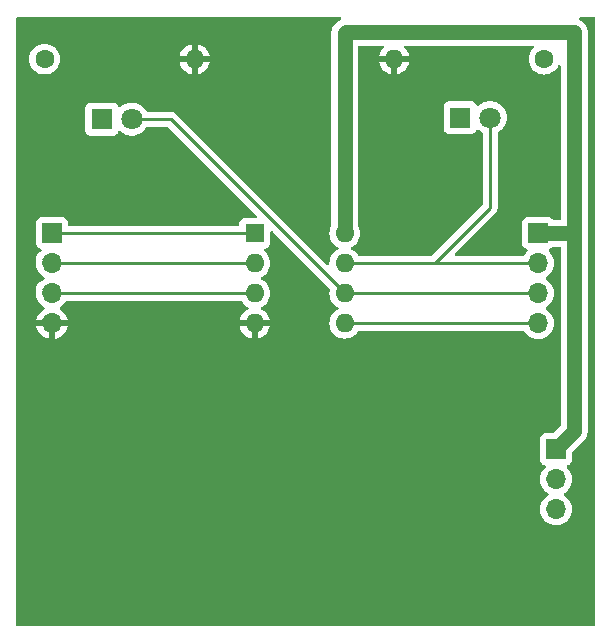
<source format=gbr>
%TF.GenerationSoftware,KiCad,Pcbnew,8.0.8*%
%TF.CreationDate,2025-02-18T10:54:12-06:00*%
%TF.ProjectId,ATTinyFlashLEDs_noSwitch,41545469-6e79-4466-9c61-73684c454473,rev?*%
%TF.SameCoordinates,Original*%
%TF.FileFunction,Copper,L1,Top*%
%TF.FilePolarity,Positive*%
%FSLAX46Y46*%
G04 Gerber Fmt 4.6, Leading zero omitted, Abs format (unit mm)*
G04 Created by KiCad (PCBNEW 8.0.8) date 2025-02-18 10:54:12*
%MOMM*%
%LPD*%
G01*
G04 APERTURE LIST*
%TA.AperFunction,ComponentPad*%
%ADD10R,1.600000X1.600000*%
%TD*%
%TA.AperFunction,ComponentPad*%
%ADD11O,1.600000X1.600000*%
%TD*%
%TA.AperFunction,ComponentPad*%
%ADD12R,1.700000X1.700000*%
%TD*%
%TA.AperFunction,ComponentPad*%
%ADD13O,1.700000X1.700000*%
%TD*%
%TA.AperFunction,ComponentPad*%
%ADD14C,1.600000*%
%TD*%
%TA.AperFunction,ComponentPad*%
%ADD15R,1.800000X1.800000*%
%TD*%
%TA.AperFunction,ComponentPad*%
%ADD16C,1.800000*%
%TD*%
%TA.AperFunction,ViaPad*%
%ADD17C,0.600000*%
%TD*%
%TA.AperFunction,Conductor*%
%ADD18C,0.254000*%
%TD*%
%TA.AperFunction,Conductor*%
%ADD19C,1.270000*%
%TD*%
G04 APERTURE END LIST*
D10*
%TO.P,U1,1,~{RESET}/PB5*%
%TO.N,Net-(J1-Pin_1)*%
X115707000Y-86116000D03*
D11*
%TO.P,U1,2,XTAL1/PB3*%
%TO.N,Net-(J1-Pin_2)*%
X115707000Y-88656000D03*
%TO.P,U1,3,XTAL2/PB4*%
%TO.N,Net-(J1-Pin_3)*%
X115707000Y-91196000D03*
%TO.P,U1,4,GND*%
%TO.N,GND*%
X115707000Y-93736000D03*
%TO.P,U1,5,AREF/PB0*%
%TO.N,Net-(J2-Pin_4)*%
X123327000Y-93736000D03*
%TO.P,U1,6,PB1*%
%TO.N,Net-(D1-A)*%
X123327000Y-91196000D03*
%TO.P,U1,7,PB2*%
%TO.N,Net-(D2-A)*%
X123327000Y-88656000D03*
%TO.P,U1,8,VCC*%
%TO.N,Net-(J2-Pin_1)*%
X123327000Y-86116000D03*
%TD*%
D12*
%TO.P,J1,1,Pin_1*%
%TO.N,Net-(J1-Pin_1)*%
X98552000Y-86106000D03*
D13*
%TO.P,J1,2,Pin_2*%
%TO.N,Net-(J1-Pin_2)*%
X98552000Y-88646000D03*
%TO.P,J1,3,Pin_3*%
%TO.N,Net-(J1-Pin_3)*%
X98552000Y-91186000D03*
%TO.P,J1,4,Pin_4*%
%TO.N,GND*%
X98552000Y-93726000D03*
%TD*%
D14*
%TO.P,R4,1*%
%TO.N,Net-(D1-K)*%
X97917000Y-71374000D03*
D11*
%TO.P,R4,2*%
%TO.N,GND*%
X110617000Y-71374000D03*
%TD*%
D15*
%TO.P,D2,1,K*%
%TO.N,Net-(D2-K)*%
X133096000Y-76327000D03*
D16*
%TO.P,D2,2,A*%
%TO.N,Net-(D2-A)*%
X135636000Y-76327000D03*
%TD*%
D12*
%TO.P,J3,1,Pin_1*%
%TO.N,Net-(J2-Pin_1)*%
X141224000Y-104409000D03*
D13*
%TO.P,J3,2,Pin_2*%
%TO.N,+3V0*%
X141224000Y-106949000D03*
%TO.P,J3,3,Pin_3*%
%TO.N,unconnected-(J3-Pin_3-Pad3)*%
X141224000Y-109489000D03*
%TD*%
D15*
%TO.P,D1,1,K*%
%TO.N,Net-(D1-K)*%
X102743000Y-76454000D03*
D16*
%TO.P,D1,2,A*%
%TO.N,Net-(D1-A)*%
X105283000Y-76454000D03*
%TD*%
D12*
%TO.P,J2,1,Pin_1*%
%TO.N,Net-(J2-Pin_1)*%
X139700000Y-86116000D03*
D13*
%TO.P,J2,2,Pin_2*%
%TO.N,Net-(D2-A)*%
X139700000Y-88656000D03*
%TO.P,J2,3,Pin_3*%
%TO.N,Net-(D1-A)*%
X139700000Y-91196000D03*
%TO.P,J2,4,Pin_4*%
%TO.N,Net-(J2-Pin_4)*%
X139700000Y-93736000D03*
%TD*%
D14*
%TO.P,R3,1*%
%TO.N,Net-(D2-K)*%
X140208000Y-71374000D03*
D11*
%TO.P,R3,2*%
%TO.N,GND*%
X127508000Y-71374000D03*
%TD*%
D17*
%TO.N,GND*%
X97536000Y-76708000D03*
X100076000Y-79248000D03*
X100076000Y-69088000D03*
X107696000Y-69088000D03*
X107696000Y-74168000D03*
X105156000Y-71628000D03*
X133096000Y-71628000D03*
X140716000Y-76708000D03*
X138176000Y-81788000D03*
X128016000Y-76708000D03*
X128016000Y-81788000D03*
X128016000Y-86868000D03*
X130556000Y-84328000D03*
X97536000Y-102108000D03*
X100076000Y-107188000D03*
X97536000Y-109728000D03*
X97536000Y-114808000D03*
X100076000Y-117348000D03*
X100076000Y-112268000D03*
X102616000Y-114808000D03*
X105156000Y-112268000D03*
X105156000Y-117348000D03*
X133096000Y-117348000D03*
X143256000Y-117348000D03*
X138176000Y-117348000D03*
X140716000Y-114808000D03*
X138176000Y-112268000D03*
X135636000Y-114808000D03*
X133096000Y-112268000D03*
X135636000Y-109728000D03*
X133096000Y-99568000D03*
X130556000Y-97028000D03*
X125476000Y-97028000D03*
X107696000Y-99568000D03*
X112776000Y-94488000D03*
X110236000Y-97028000D03*
X107696000Y-94488000D03*
X105156000Y-97028000D03*
X102616000Y-94488000D03*
X110236000Y-84328000D03*
X110236000Y-81788000D03*
X107696000Y-81788000D03*
X107696000Y-79248000D03*
X120396000Y-81788000D03*
X115316000Y-76708000D03*
X117856000Y-79248000D03*
X120396000Y-76708000D03*
X120396000Y-71628000D03*
X117856000Y-74168000D03*
X115316000Y-71628000D03*
X112776000Y-74168000D03*
X120396000Y-69088000D03*
X117856000Y-69088000D03*
X115316000Y-69088000D03*
X112776000Y-69088000D03*
%TD*%
D18*
%TO.N,Net-(D2-A)*%
X123327000Y-88656000D02*
X139700000Y-88656000D01*
%TO.N,Net-(J2-Pin_4)*%
X123327000Y-93736000D02*
X139700000Y-93736000D01*
%TO.N,Net-(D1-A)*%
X123327000Y-91196000D02*
X139700000Y-91196000D01*
%TO.N,Net-(D2-A)*%
X130927000Y-88656000D02*
X135509000Y-84074000D01*
X123327000Y-88656000D02*
X130927000Y-88656000D01*
D19*
%TO.N,Net-(J2-Pin_1)*%
X123327000Y-69205000D02*
X123327000Y-86116000D01*
X142748000Y-69088000D02*
X123444000Y-69088000D01*
X142748000Y-86106000D02*
X142748000Y-69088000D01*
X123444000Y-69088000D02*
X123327000Y-69205000D01*
X141986000Y-86106000D02*
X141976000Y-86116000D01*
X142748000Y-86106000D02*
X141986000Y-86106000D01*
X142748000Y-102885000D02*
X142748000Y-86106000D01*
X141976000Y-86116000D02*
X139700000Y-86116000D01*
X141224000Y-104409000D02*
X142748000Y-102885000D01*
D18*
%TO.N,Net-(J1-Pin_1)*%
X98562000Y-86116000D02*
X98552000Y-86106000D01*
X115707000Y-86116000D02*
X98562000Y-86116000D01*
%TO.N,Net-(J1-Pin_2)*%
X98562000Y-88656000D02*
X98552000Y-88646000D01*
X115707000Y-88656000D02*
X98562000Y-88656000D01*
%TO.N,Net-(J1-Pin_3)*%
X113518000Y-91186000D02*
X98552000Y-91186000D01*
X113528000Y-91196000D02*
X113518000Y-91186000D01*
X115707000Y-91196000D02*
X113528000Y-91196000D01*
%TO.N,Net-(D1-A)*%
X123327000Y-91196000D02*
X108585000Y-76454000D01*
X123581000Y-90942000D02*
X123327000Y-91196000D01*
X108585000Y-76454000D02*
X105283000Y-76454000D01*
%TO.N,Net-(D2-A)*%
X135509000Y-84074000D02*
X135636000Y-83947000D01*
X123581000Y-88402000D02*
X123327000Y-88656000D01*
X135636000Y-83947000D02*
X135636000Y-76327000D01*
%TO.N,GND*%
X98181000Y-93736000D02*
X97790000Y-93345000D01*
%TO.N,Net-(J1-Pin_2)*%
X98181000Y-88656000D02*
X97790000Y-88265000D01*
%TO.N,Net-(J1-Pin_3)*%
X98181000Y-91196000D02*
X97790000Y-90805000D01*
%TO.N,Net-(J1-Pin_1)*%
X98181000Y-86116000D02*
X97790000Y-85725000D01*
%TO.N,Net-(J2-Pin_4)*%
X123581000Y-93482000D02*
X123327000Y-93736000D01*
D19*
%TO.N,Net-(J2-Pin_1)*%
X123444000Y-85999000D02*
X123327000Y-86116000D01*
D18*
X123581000Y-85862000D02*
X123327000Y-86116000D01*
%TD*%
%TA.AperFunction,Conductor*%
%TO.N,GND*%
G36*
X123000622Y-67830185D02*
G01*
X123046377Y-67882989D01*
X123056321Y-67952147D01*
X123027296Y-68015703D01*
X122989878Y-68044985D01*
X122848867Y-68116833D01*
X122704270Y-68221890D01*
X122460890Y-68465270D01*
X122355833Y-68609867D01*
X122274243Y-68769997D01*
X122273184Y-68773754D01*
X122219458Y-68939105D01*
X122191500Y-69115629D01*
X122191500Y-85446351D01*
X122179882Y-85498756D01*
X122100262Y-85669502D01*
X122100258Y-85669511D01*
X122041366Y-85889302D01*
X122041364Y-85889313D01*
X122021532Y-86115998D01*
X122021532Y-86116001D01*
X122041364Y-86342686D01*
X122041366Y-86342697D01*
X122100258Y-86562488D01*
X122100261Y-86562497D01*
X122196431Y-86768732D01*
X122196432Y-86768734D01*
X122326954Y-86955141D01*
X122487858Y-87116045D01*
X122487861Y-87116047D01*
X122674266Y-87246568D01*
X122732275Y-87273618D01*
X122784714Y-87319791D01*
X122803866Y-87386984D01*
X122783650Y-87453865D01*
X122732275Y-87498381D01*
X122715272Y-87506310D01*
X122674267Y-87525431D01*
X122674265Y-87525432D01*
X122487858Y-87655954D01*
X122326954Y-87816858D01*
X122196432Y-88003265D01*
X122196431Y-88003267D01*
X122100261Y-88209502D01*
X122100258Y-88209511D01*
X122041366Y-88429302D01*
X122041364Y-88429313D01*
X122021532Y-88655998D01*
X122021532Y-88656002D01*
X122025119Y-88697003D01*
X122011352Y-88765503D01*
X121962737Y-88815686D01*
X121894708Y-88831619D01*
X121828865Y-88808243D01*
X121813910Y-88795491D01*
X108985011Y-75966591D01*
X108985007Y-75966588D01*
X108882239Y-75897920D01*
X108882226Y-75897913D01*
X108831178Y-75876769D01*
X108768035Y-75850614D01*
X108768027Y-75850612D01*
X108646807Y-75826500D01*
X108646803Y-75826500D01*
X106613044Y-75826500D01*
X106546005Y-75806815D01*
X106509235Y-75770321D01*
X106391983Y-75590852D01*
X106391980Y-75590849D01*
X106391979Y-75590847D01*
X106234784Y-75420087D01*
X106234779Y-75420083D01*
X106234777Y-75420081D01*
X106051634Y-75277535D01*
X106051628Y-75277531D01*
X105847504Y-75167064D01*
X105847495Y-75167061D01*
X105627984Y-75091702D01*
X105437450Y-75059908D01*
X105399049Y-75053500D01*
X105166951Y-75053500D01*
X105128550Y-75059908D01*
X104938015Y-75091702D01*
X104718504Y-75167061D01*
X104718495Y-75167064D01*
X104514371Y-75277531D01*
X104514365Y-75277535D01*
X104331222Y-75420081D01*
X104331218Y-75420085D01*
X104322866Y-75429158D01*
X104262979Y-75465148D01*
X104193141Y-75463047D01*
X104135525Y-75423522D01*
X104115455Y-75388507D01*
X104086797Y-75311671D01*
X104086793Y-75311664D01*
X104000547Y-75196455D01*
X104000544Y-75196452D01*
X103885335Y-75110206D01*
X103885328Y-75110202D01*
X103750482Y-75059908D01*
X103750483Y-75059908D01*
X103690883Y-75053501D01*
X103690881Y-75053500D01*
X103690873Y-75053500D01*
X103690864Y-75053500D01*
X101795129Y-75053500D01*
X101795123Y-75053501D01*
X101735516Y-75059908D01*
X101600671Y-75110202D01*
X101600664Y-75110206D01*
X101485455Y-75196452D01*
X101485452Y-75196455D01*
X101399206Y-75311664D01*
X101399202Y-75311671D01*
X101348908Y-75446517D01*
X101342501Y-75506116D01*
X101342500Y-75506135D01*
X101342500Y-77401870D01*
X101342501Y-77401876D01*
X101348908Y-77461483D01*
X101399202Y-77596328D01*
X101399206Y-77596335D01*
X101485452Y-77711544D01*
X101485455Y-77711547D01*
X101600664Y-77797793D01*
X101600671Y-77797797D01*
X101735517Y-77848091D01*
X101735516Y-77848091D01*
X101742444Y-77848835D01*
X101795127Y-77854500D01*
X103690872Y-77854499D01*
X103750483Y-77848091D01*
X103885331Y-77797796D01*
X104000546Y-77711546D01*
X104086796Y-77596331D01*
X104115455Y-77519493D01*
X104157326Y-77463559D01*
X104222790Y-77439141D01*
X104291063Y-77453992D01*
X104322866Y-77478843D01*
X104330302Y-77486920D01*
X104331215Y-77487912D01*
X104331222Y-77487918D01*
X104514365Y-77630464D01*
X104514371Y-77630468D01*
X104514374Y-77630470D01*
X104718497Y-77740936D01*
X104832487Y-77780068D01*
X104938015Y-77816297D01*
X104938017Y-77816297D01*
X104938019Y-77816298D01*
X105166951Y-77854500D01*
X105166952Y-77854500D01*
X105399048Y-77854500D01*
X105399049Y-77854500D01*
X105627981Y-77816298D01*
X105847503Y-77740936D01*
X106051626Y-77630470D01*
X106234784Y-77487913D01*
X106391979Y-77317153D01*
X106395254Y-77312141D01*
X106509235Y-77137679D01*
X106562381Y-77092322D01*
X106613044Y-77081500D01*
X108273719Y-77081500D01*
X108340758Y-77101185D01*
X108361400Y-77117819D01*
X115847400Y-84603819D01*
X115880885Y-84665142D01*
X115875901Y-84734834D01*
X115834029Y-84790767D01*
X115768565Y-84815184D01*
X115759719Y-84815500D01*
X114859129Y-84815500D01*
X114859123Y-84815501D01*
X114799516Y-84821908D01*
X114664671Y-84872202D01*
X114664664Y-84872206D01*
X114549455Y-84958452D01*
X114549452Y-84958455D01*
X114463206Y-85073664D01*
X114463202Y-85073671D01*
X114412908Y-85208517D01*
X114406501Y-85268116D01*
X114406500Y-85268135D01*
X114406500Y-85364500D01*
X114386815Y-85431539D01*
X114334011Y-85477294D01*
X114282500Y-85488500D01*
X100026499Y-85488500D01*
X99959460Y-85468815D01*
X99913705Y-85416011D01*
X99902499Y-85364500D01*
X99902499Y-85208129D01*
X99902498Y-85208123D01*
X99902497Y-85208116D01*
X99896091Y-85148517D01*
X99868175Y-85073671D01*
X99845797Y-85013671D01*
X99845793Y-85013664D01*
X99759547Y-84898455D01*
X99759544Y-84898452D01*
X99644335Y-84812206D01*
X99644328Y-84812202D01*
X99509482Y-84761908D01*
X99509483Y-84761908D01*
X99449883Y-84755501D01*
X99449881Y-84755500D01*
X99449873Y-84755500D01*
X99449864Y-84755500D01*
X97654129Y-84755500D01*
X97654123Y-84755501D01*
X97594516Y-84761908D01*
X97459671Y-84812202D01*
X97459664Y-84812206D01*
X97344455Y-84898452D01*
X97344452Y-84898455D01*
X97258206Y-85013664D01*
X97258202Y-85013671D01*
X97207908Y-85148517D01*
X97201501Y-85208116D01*
X97201501Y-85208123D01*
X97201500Y-85208135D01*
X97201500Y-85481362D01*
X97192061Y-85528814D01*
X97186616Y-85541958D01*
X97186612Y-85541972D01*
X97162500Y-85663192D01*
X97162500Y-85786807D01*
X97186612Y-85908027D01*
X97186616Y-85908041D01*
X97192061Y-85921186D01*
X97201500Y-85968638D01*
X97201500Y-87003870D01*
X97201501Y-87003876D01*
X97207908Y-87063483D01*
X97258202Y-87198328D01*
X97258206Y-87198335D01*
X97344452Y-87313544D01*
X97344455Y-87313547D01*
X97459664Y-87399793D01*
X97459671Y-87399797D01*
X97574482Y-87442619D01*
X97630416Y-87484490D01*
X97654833Y-87549954D01*
X97639981Y-87618227D01*
X97590576Y-87667633D01*
X97578603Y-87673362D01*
X97492764Y-87708918D01*
X97389993Y-87777587D01*
X97389986Y-87777593D01*
X97302593Y-87864986D01*
X97302587Y-87864993D01*
X97233917Y-87967766D01*
X97186614Y-88081964D01*
X97186612Y-88081972D01*
X97162500Y-88203192D01*
X97162500Y-88326807D01*
X97182889Y-88429308D01*
X97186614Y-88448035D01*
X97197333Y-88473912D01*
X97206299Y-88532171D01*
X97196341Y-88645997D01*
X97196341Y-88646000D01*
X97216936Y-88881403D01*
X97216938Y-88881413D01*
X97278094Y-89109655D01*
X97278096Y-89109659D01*
X97278097Y-89109663D01*
X97282761Y-89119664D01*
X97377965Y-89323830D01*
X97377967Y-89323834D01*
X97486281Y-89478521D01*
X97513504Y-89517400D01*
X97513506Y-89517402D01*
X97680597Y-89684493D01*
X97680603Y-89684498D01*
X97866158Y-89814425D01*
X97909783Y-89869002D01*
X97916977Y-89938500D01*
X97885454Y-90000855D01*
X97866158Y-90017575D01*
X97680604Y-90147500D01*
X97680595Y-90147508D01*
X97656951Y-90171151D01*
X97612082Y-90198050D01*
X97612593Y-90199283D01*
X97492764Y-90248918D01*
X97389993Y-90317587D01*
X97389986Y-90317593D01*
X97302593Y-90404986D01*
X97302587Y-90404993D01*
X97233917Y-90507766D01*
X97186614Y-90621964D01*
X97186612Y-90621972D01*
X97162500Y-90743192D01*
X97162500Y-90866807D01*
X97182889Y-90969308D01*
X97186614Y-90988035D01*
X97197333Y-91013912D01*
X97206299Y-91072171D01*
X97196341Y-91185997D01*
X97196341Y-91186000D01*
X97216936Y-91421403D01*
X97216938Y-91421413D01*
X97278094Y-91649655D01*
X97278096Y-91649659D01*
X97278097Y-91649663D01*
X97282761Y-91659664D01*
X97377965Y-91863830D01*
X97377967Y-91863834D01*
X97513501Y-92057395D01*
X97513506Y-92057402D01*
X97680597Y-92224493D01*
X97680603Y-92224498D01*
X97694880Y-92234495D01*
X97865398Y-92353893D01*
X97866594Y-92354730D01*
X97910219Y-92409307D01*
X97917413Y-92478805D01*
X97885890Y-92541160D01*
X97866595Y-92557880D01*
X97680922Y-92687890D01*
X97680920Y-92687891D01*
X97513891Y-92854920D01*
X97513886Y-92854926D01*
X97378400Y-93048420D01*
X97378399Y-93048422D01*
X97278570Y-93262507D01*
X97278567Y-93262513D01*
X97221364Y-93475999D01*
X97221364Y-93476000D01*
X98118988Y-93476000D01*
X98086075Y-93533007D01*
X98052000Y-93660174D01*
X98052000Y-93791826D01*
X98086075Y-93918993D01*
X98118988Y-93976000D01*
X97221364Y-93976000D01*
X97278567Y-94189486D01*
X97278570Y-94189492D01*
X97378399Y-94403578D01*
X97513894Y-94597082D01*
X97680917Y-94764105D01*
X97874421Y-94899600D01*
X98088507Y-94999429D01*
X98088516Y-94999433D01*
X98302000Y-95056634D01*
X98302000Y-94159012D01*
X98359007Y-94191925D01*
X98486174Y-94226000D01*
X98617826Y-94226000D01*
X98744993Y-94191925D01*
X98802000Y-94159012D01*
X98802000Y-95056633D01*
X99015483Y-94999433D01*
X99015492Y-94999429D01*
X99229578Y-94899600D01*
X99423082Y-94764105D01*
X99590105Y-94597082D01*
X99725600Y-94403578D01*
X99825429Y-94189492D01*
X99825432Y-94189486D01*
X99882636Y-93976000D01*
X98985012Y-93976000D01*
X99017925Y-93918993D01*
X99052000Y-93791826D01*
X99052000Y-93660174D01*
X99017925Y-93533007D01*
X98985012Y-93476000D01*
X99882636Y-93476000D01*
X99882635Y-93475999D01*
X99825432Y-93262513D01*
X99825429Y-93262507D01*
X99725600Y-93048422D01*
X99725599Y-93048420D01*
X99590113Y-92854926D01*
X99590108Y-92854920D01*
X99423078Y-92687890D01*
X99237405Y-92557879D01*
X99193780Y-92503302D01*
X99186588Y-92433804D01*
X99218110Y-92371449D01*
X99237406Y-92354730D01*
X99423401Y-92224495D01*
X99590495Y-92057401D01*
X99724252Y-91866375D01*
X99778829Y-91822752D01*
X99825827Y-91813500D01*
X113403712Y-91813500D01*
X113427905Y-91815883D01*
X113466196Y-91823500D01*
X113466197Y-91823500D01*
X114494213Y-91823500D01*
X114561252Y-91843185D01*
X114595788Y-91876377D01*
X114706954Y-92035141D01*
X114867858Y-92196045D01*
X114867861Y-92196047D01*
X115054266Y-92326568D01*
X115112865Y-92353893D01*
X115165305Y-92400065D01*
X115184457Y-92467258D01*
X115164242Y-92534139D01*
X115112867Y-92578657D01*
X115054515Y-92605867D01*
X114868179Y-92736342D01*
X114707342Y-92897179D01*
X114576865Y-93083517D01*
X114480734Y-93289673D01*
X114480730Y-93289682D01*
X114428127Y-93485999D01*
X114428128Y-93486000D01*
X115391314Y-93486000D01*
X115386920Y-93490394D01*
X115334259Y-93581606D01*
X115307000Y-93683339D01*
X115307000Y-93788661D01*
X115334259Y-93890394D01*
X115386920Y-93981606D01*
X115391314Y-93986000D01*
X114428128Y-93986000D01*
X114480730Y-94182317D01*
X114480734Y-94182326D01*
X114576865Y-94388482D01*
X114707342Y-94574820D01*
X114868179Y-94735657D01*
X115054517Y-94866134D01*
X115260673Y-94962265D01*
X115260682Y-94962269D01*
X115456999Y-95014872D01*
X115457000Y-95014871D01*
X115457000Y-94051686D01*
X115461394Y-94056080D01*
X115552606Y-94108741D01*
X115654339Y-94136000D01*
X115759661Y-94136000D01*
X115861394Y-94108741D01*
X115952606Y-94056080D01*
X115957000Y-94051686D01*
X115957000Y-95014872D01*
X116153317Y-94962269D01*
X116153326Y-94962265D01*
X116359482Y-94866134D01*
X116545820Y-94735657D01*
X116706657Y-94574820D01*
X116837134Y-94388482D01*
X116933265Y-94182326D01*
X116933269Y-94182317D01*
X116985872Y-93986000D01*
X116022686Y-93986000D01*
X116027080Y-93981606D01*
X116079741Y-93890394D01*
X116107000Y-93788661D01*
X116107000Y-93683339D01*
X116079741Y-93581606D01*
X116027080Y-93490394D01*
X116022686Y-93486000D01*
X116985872Y-93486000D01*
X116985872Y-93485999D01*
X116933269Y-93289682D01*
X116933265Y-93289673D01*
X116837134Y-93083517D01*
X116706657Y-92897179D01*
X116545820Y-92736342D01*
X116359482Y-92605865D01*
X116301133Y-92578657D01*
X116248694Y-92532484D01*
X116229542Y-92465291D01*
X116249758Y-92398410D01*
X116301129Y-92353895D01*
X116359734Y-92326568D01*
X116546139Y-92196047D01*
X116707047Y-92035139D01*
X116837568Y-91848734D01*
X116933739Y-91642496D01*
X116992635Y-91422692D01*
X117012468Y-91196000D01*
X116992635Y-90969308D01*
X116933739Y-90749504D01*
X116837568Y-90543266D01*
X116707047Y-90356861D01*
X116707045Y-90356858D01*
X116546141Y-90195954D01*
X116359734Y-90065432D01*
X116359728Y-90065429D01*
X116301725Y-90038382D01*
X116249285Y-89992210D01*
X116230133Y-89925017D01*
X116250348Y-89858135D01*
X116301725Y-89813618D01*
X116359734Y-89786568D01*
X116546139Y-89656047D01*
X116707047Y-89495139D01*
X116837568Y-89308734D01*
X116933739Y-89102496D01*
X116992635Y-88882692D01*
X117012468Y-88656000D01*
X116992635Y-88429308D01*
X116933739Y-88209504D01*
X116837568Y-88003266D01*
X116739839Y-87863693D01*
X116707045Y-87816858D01*
X116546143Y-87655956D01*
X116521536Y-87638726D01*
X116477912Y-87584149D01*
X116470719Y-87514650D01*
X116502241Y-87452296D01*
X116562471Y-87416882D01*
X116579404Y-87413861D01*
X116614483Y-87410091D01*
X116749331Y-87359796D01*
X116864546Y-87273546D01*
X116950796Y-87158331D01*
X117001091Y-87023483D01*
X117007500Y-86963873D01*
X117007499Y-86063279D01*
X117027183Y-85996241D01*
X117079987Y-85950486D01*
X117149146Y-85940542D01*
X117212702Y-85969567D01*
X117219180Y-85975599D01*
X122026989Y-90783408D01*
X122060474Y-90844731D01*
X122059083Y-90903182D01*
X122041366Y-90969302D01*
X122041364Y-90969313D01*
X122021532Y-91195998D01*
X122021532Y-91196001D01*
X122041364Y-91422686D01*
X122041366Y-91422697D01*
X122100258Y-91642488D01*
X122100261Y-91642497D01*
X122196431Y-91848732D01*
X122196432Y-91848734D01*
X122326954Y-92035141D01*
X122487858Y-92196045D01*
X122487861Y-92196047D01*
X122674266Y-92326568D01*
X122732275Y-92353618D01*
X122784714Y-92399791D01*
X122803866Y-92466984D01*
X122783650Y-92533865D01*
X122732275Y-92578382D01*
X122674267Y-92605431D01*
X122674265Y-92605432D01*
X122487858Y-92735954D01*
X122326954Y-92896858D01*
X122196432Y-93083265D01*
X122196431Y-93083267D01*
X122100261Y-93289502D01*
X122100258Y-93289511D01*
X122041366Y-93509302D01*
X122041364Y-93509313D01*
X122021532Y-93735998D01*
X122021532Y-93736001D01*
X122041364Y-93962686D01*
X122041366Y-93962697D01*
X122100258Y-94182488D01*
X122100261Y-94182497D01*
X122196431Y-94388732D01*
X122196432Y-94388734D01*
X122326954Y-94575141D01*
X122487858Y-94736045D01*
X122487861Y-94736047D01*
X122674266Y-94866568D01*
X122880504Y-94962739D01*
X123100308Y-95021635D01*
X123262230Y-95035801D01*
X123326998Y-95041468D01*
X123327000Y-95041468D01*
X123327002Y-95041468D01*
X123383673Y-95036509D01*
X123553692Y-95021635D01*
X123773496Y-94962739D01*
X123979734Y-94866568D01*
X124166139Y-94736047D01*
X124327047Y-94575139D01*
X124438212Y-94416376D01*
X124492788Y-94372752D01*
X124539787Y-94363500D01*
X138426173Y-94363500D01*
X138493212Y-94383185D01*
X138527747Y-94416375D01*
X138661505Y-94607401D01*
X138828599Y-94774495D01*
X138925384Y-94842265D01*
X139022165Y-94910032D01*
X139022167Y-94910033D01*
X139022170Y-94910035D01*
X139236337Y-95009903D01*
X139236343Y-95009904D01*
X139236344Y-95009905D01*
X139280114Y-95021633D01*
X139464592Y-95071063D01*
X139652918Y-95087539D01*
X139699999Y-95091659D01*
X139700000Y-95091659D01*
X139700001Y-95091659D01*
X139739234Y-95088226D01*
X139935408Y-95071063D01*
X140163663Y-95009903D01*
X140377830Y-94910035D01*
X140571401Y-94774495D01*
X140738495Y-94607401D01*
X140874035Y-94413830D01*
X140973903Y-94199663D01*
X141035063Y-93971408D01*
X141055659Y-93736000D01*
X141035063Y-93500592D01*
X140973903Y-93272337D01*
X140874035Y-93058171D01*
X140867208Y-93048420D01*
X140738494Y-92864597D01*
X140571402Y-92697506D01*
X140571396Y-92697501D01*
X140385842Y-92567575D01*
X140342217Y-92512998D01*
X140335023Y-92443500D01*
X140366546Y-92381145D01*
X140385842Y-92364425D01*
X140439910Y-92326566D01*
X140571401Y-92234495D01*
X140738495Y-92067401D01*
X140874035Y-91873830D01*
X140973903Y-91659663D01*
X141035063Y-91431408D01*
X141055659Y-91196000D01*
X141035063Y-90960592D01*
X140973903Y-90732337D01*
X140874035Y-90518171D01*
X140866750Y-90507766D01*
X140738494Y-90324597D01*
X140571402Y-90157506D01*
X140571396Y-90157501D01*
X140385842Y-90027575D01*
X140342217Y-89972998D01*
X140335023Y-89903500D01*
X140366546Y-89841145D01*
X140385842Y-89824425D01*
X140439909Y-89786567D01*
X140571401Y-89694495D01*
X140738495Y-89527401D01*
X140874035Y-89333830D01*
X140973903Y-89119663D01*
X141035063Y-88891408D01*
X141055659Y-88656000D01*
X141035063Y-88420592D01*
X140973903Y-88192337D01*
X140874035Y-87978171D01*
X140866749Y-87967766D01*
X140738496Y-87784600D01*
X140728495Y-87774599D01*
X140616567Y-87662671D01*
X140583084Y-87601351D01*
X140588068Y-87531659D01*
X140629939Y-87475725D01*
X140660915Y-87458810D01*
X140792331Y-87409796D01*
X140907546Y-87323546D01*
X140915032Y-87313547D01*
X140924282Y-87301190D01*
X140980215Y-87259318D01*
X141023549Y-87251500D01*
X141488500Y-87251500D01*
X141555539Y-87271185D01*
X141601294Y-87323989D01*
X141612500Y-87375500D01*
X141612500Y-102363297D01*
X141592815Y-102430336D01*
X141576181Y-102450978D01*
X141004977Y-103022181D01*
X140943654Y-103055666D01*
X140917296Y-103058500D01*
X140326129Y-103058500D01*
X140326123Y-103058501D01*
X140266516Y-103064908D01*
X140131671Y-103115202D01*
X140131664Y-103115206D01*
X140016455Y-103201452D01*
X140016452Y-103201455D01*
X139930206Y-103316664D01*
X139930202Y-103316671D01*
X139879908Y-103451517D01*
X139873501Y-103511116D01*
X139873500Y-103511135D01*
X139873500Y-105306870D01*
X139873501Y-105306876D01*
X139879908Y-105366483D01*
X139930202Y-105501328D01*
X139930206Y-105501335D01*
X140016452Y-105616544D01*
X140016455Y-105616547D01*
X140131664Y-105702793D01*
X140131671Y-105702797D01*
X140263081Y-105751810D01*
X140319015Y-105793681D01*
X140343432Y-105859145D01*
X140328580Y-105927418D01*
X140307430Y-105955673D01*
X140185503Y-106077600D01*
X140049965Y-106271169D01*
X140049964Y-106271171D01*
X139950098Y-106485335D01*
X139950094Y-106485344D01*
X139888938Y-106713586D01*
X139888936Y-106713596D01*
X139868341Y-106948999D01*
X139868341Y-106949000D01*
X139888936Y-107184403D01*
X139888938Y-107184413D01*
X139950094Y-107412655D01*
X139950096Y-107412659D01*
X139950097Y-107412663D01*
X140049965Y-107626830D01*
X140049967Y-107626834D01*
X140185501Y-107820395D01*
X140185506Y-107820402D01*
X140352597Y-107987493D01*
X140352603Y-107987498D01*
X140538158Y-108117425D01*
X140581783Y-108172002D01*
X140588977Y-108241500D01*
X140557454Y-108303855D01*
X140538158Y-108320575D01*
X140352597Y-108450505D01*
X140185505Y-108617597D01*
X140049965Y-108811169D01*
X140049964Y-108811171D01*
X139950098Y-109025335D01*
X139950094Y-109025344D01*
X139888938Y-109253586D01*
X139888936Y-109253596D01*
X139868341Y-109488999D01*
X139868341Y-109489000D01*
X139888936Y-109724403D01*
X139888938Y-109724413D01*
X139950094Y-109952655D01*
X139950096Y-109952659D01*
X139950097Y-109952663D01*
X140049965Y-110166830D01*
X140049967Y-110166834D01*
X140158281Y-110321521D01*
X140185505Y-110360401D01*
X140352599Y-110527495D01*
X140449384Y-110595265D01*
X140546165Y-110663032D01*
X140546167Y-110663033D01*
X140546170Y-110663035D01*
X140760337Y-110762903D01*
X140988592Y-110824063D01*
X141176918Y-110840539D01*
X141223999Y-110844659D01*
X141224000Y-110844659D01*
X141224001Y-110844659D01*
X141263234Y-110841226D01*
X141459408Y-110824063D01*
X141687663Y-110762903D01*
X141901830Y-110663035D01*
X142095401Y-110527495D01*
X142262495Y-110360401D01*
X142398035Y-110166830D01*
X142497903Y-109952663D01*
X142559063Y-109724408D01*
X142579659Y-109489000D01*
X142559063Y-109253592D01*
X142497903Y-109025337D01*
X142398035Y-108811171D01*
X142262495Y-108617599D01*
X142262494Y-108617597D01*
X142095402Y-108450506D01*
X142095396Y-108450501D01*
X141909842Y-108320575D01*
X141866217Y-108265998D01*
X141859023Y-108196500D01*
X141890546Y-108134145D01*
X141909842Y-108117425D01*
X141932026Y-108101891D01*
X142095401Y-107987495D01*
X142262495Y-107820401D01*
X142398035Y-107626830D01*
X142497903Y-107412663D01*
X142559063Y-107184408D01*
X142579659Y-106949000D01*
X142559063Y-106713592D01*
X142497903Y-106485337D01*
X142398035Y-106271171D01*
X142262495Y-106077599D01*
X142140567Y-105955671D01*
X142107084Y-105894351D01*
X142112068Y-105824659D01*
X142153939Y-105768725D01*
X142184915Y-105751810D01*
X142316331Y-105702796D01*
X142431546Y-105616546D01*
X142517796Y-105501331D01*
X142568091Y-105366483D01*
X142574500Y-105306873D01*
X142574499Y-104715699D01*
X142594183Y-104648661D01*
X142610813Y-104628024D01*
X143614111Y-103624729D01*
X143688478Y-103522369D01*
X143688480Y-103522369D01*
X143719164Y-103480136D01*
X143719163Y-103480136D01*
X143719167Y-103480132D01*
X143800309Y-103320881D01*
X143855540Y-103150897D01*
X143883500Y-102974366D01*
X143883500Y-86016634D01*
X143883500Y-68998634D01*
X143855540Y-68822103D01*
X143855539Y-68822099D01*
X143855539Y-68822098D01*
X143800310Y-68652121D01*
X143800308Y-68652118D01*
X143778781Y-68609867D01*
X143719167Y-68492868D01*
X143614111Y-68348272D01*
X143487728Y-68221889D01*
X143343132Y-68116833D01*
X143202122Y-68044985D01*
X143151326Y-67997010D01*
X143134531Y-67929189D01*
X143157068Y-67863055D01*
X143211783Y-67819603D01*
X143258417Y-67810500D01*
X144409500Y-67810500D01*
X144476539Y-67830185D01*
X144522294Y-67882989D01*
X144533500Y-67934500D01*
X144533500Y-119263500D01*
X144513815Y-119330539D01*
X144461011Y-119376294D01*
X144409500Y-119387500D01*
X95620500Y-119387500D01*
X95553461Y-119367815D01*
X95507706Y-119315011D01*
X95496500Y-119263500D01*
X95496500Y-71373998D01*
X96611532Y-71373998D01*
X96611532Y-71374001D01*
X96631364Y-71600686D01*
X96631366Y-71600697D01*
X96690258Y-71820488D01*
X96690261Y-71820497D01*
X96786431Y-72026732D01*
X96786432Y-72026734D01*
X96916954Y-72213141D01*
X97077858Y-72374045D01*
X97077861Y-72374047D01*
X97264266Y-72504568D01*
X97470504Y-72600739D01*
X97690308Y-72659635D01*
X97852230Y-72673801D01*
X97916998Y-72679468D01*
X97917000Y-72679468D01*
X97917002Y-72679468D01*
X97973673Y-72674509D01*
X98143692Y-72659635D01*
X98363496Y-72600739D01*
X98569734Y-72504568D01*
X98756139Y-72374047D01*
X98917047Y-72213139D01*
X99047568Y-72026734D01*
X99143739Y-71820496D01*
X99202635Y-71600692D01*
X99222468Y-71374000D01*
X99202635Y-71147308D01*
X99196389Y-71123999D01*
X109338127Y-71123999D01*
X109338128Y-71124000D01*
X110301314Y-71124000D01*
X110296920Y-71128394D01*
X110244259Y-71219606D01*
X110217000Y-71321339D01*
X110217000Y-71426661D01*
X110244259Y-71528394D01*
X110296920Y-71619606D01*
X110301314Y-71624000D01*
X109338128Y-71624000D01*
X109390730Y-71820317D01*
X109390734Y-71820326D01*
X109486865Y-72026482D01*
X109617342Y-72212820D01*
X109778179Y-72373657D01*
X109964517Y-72504134D01*
X110170673Y-72600265D01*
X110170682Y-72600269D01*
X110366999Y-72652872D01*
X110367000Y-72652871D01*
X110367000Y-71689686D01*
X110371394Y-71694080D01*
X110462606Y-71746741D01*
X110564339Y-71774000D01*
X110669661Y-71774000D01*
X110771394Y-71746741D01*
X110862606Y-71694080D01*
X110867000Y-71689686D01*
X110867000Y-72652872D01*
X111063317Y-72600269D01*
X111063326Y-72600265D01*
X111269482Y-72504134D01*
X111455820Y-72373657D01*
X111616657Y-72212820D01*
X111747134Y-72026482D01*
X111843265Y-71820326D01*
X111843269Y-71820317D01*
X111895872Y-71624000D01*
X110932686Y-71624000D01*
X110937080Y-71619606D01*
X110989741Y-71528394D01*
X111017000Y-71426661D01*
X111017000Y-71321339D01*
X110989741Y-71219606D01*
X110937080Y-71128394D01*
X110932686Y-71124000D01*
X111895872Y-71124000D01*
X111895872Y-71123999D01*
X111843269Y-70927682D01*
X111843265Y-70927673D01*
X111747134Y-70721517D01*
X111616657Y-70535179D01*
X111455820Y-70374342D01*
X111269482Y-70243865D01*
X111063328Y-70147734D01*
X110867000Y-70095127D01*
X110867000Y-71058314D01*
X110862606Y-71053920D01*
X110771394Y-71001259D01*
X110669661Y-70974000D01*
X110564339Y-70974000D01*
X110462606Y-71001259D01*
X110371394Y-71053920D01*
X110367000Y-71058314D01*
X110367000Y-70095127D01*
X110170671Y-70147734D01*
X109964517Y-70243865D01*
X109778179Y-70374342D01*
X109617342Y-70535179D01*
X109486865Y-70721517D01*
X109390734Y-70927673D01*
X109390730Y-70927682D01*
X109338127Y-71123999D01*
X99196389Y-71123999D01*
X99143739Y-70927504D01*
X99047568Y-70721266D01*
X98917047Y-70534861D01*
X98917045Y-70534858D01*
X98756141Y-70373954D01*
X98569734Y-70243432D01*
X98569732Y-70243431D01*
X98363497Y-70147261D01*
X98363488Y-70147258D01*
X98143697Y-70088366D01*
X98143693Y-70088365D01*
X98143692Y-70088365D01*
X98143691Y-70088364D01*
X98143686Y-70088364D01*
X97917002Y-70068532D01*
X97916998Y-70068532D01*
X97690313Y-70088364D01*
X97690302Y-70088366D01*
X97470511Y-70147258D01*
X97470502Y-70147261D01*
X97264267Y-70243431D01*
X97264265Y-70243432D01*
X97077858Y-70373954D01*
X96916954Y-70534858D01*
X96786432Y-70721265D01*
X96786431Y-70721267D01*
X96690261Y-70927502D01*
X96690258Y-70927511D01*
X96631366Y-71147302D01*
X96631364Y-71147313D01*
X96611532Y-71373998D01*
X95496500Y-71373998D01*
X95496500Y-67934500D01*
X95516185Y-67867461D01*
X95568989Y-67821706D01*
X95620500Y-67810500D01*
X122933583Y-67810500D01*
X123000622Y-67830185D01*
G37*
%TD.AperFunction*%
%TA.AperFunction,Conductor*%
G36*
X126587699Y-70243185D02*
G01*
X126633454Y-70295989D01*
X126643398Y-70365147D01*
X126614373Y-70428703D01*
X126608341Y-70435181D01*
X126508342Y-70535179D01*
X126377865Y-70721517D01*
X126281734Y-70927673D01*
X126281730Y-70927682D01*
X126229127Y-71123999D01*
X126229128Y-71124000D01*
X127192314Y-71124000D01*
X127187920Y-71128394D01*
X127135259Y-71219606D01*
X127108000Y-71321339D01*
X127108000Y-71426661D01*
X127135259Y-71528394D01*
X127187920Y-71619606D01*
X127192314Y-71624000D01*
X126229128Y-71624000D01*
X126281730Y-71820317D01*
X126281734Y-71820326D01*
X126377865Y-72026482D01*
X126508342Y-72212820D01*
X126669179Y-72373657D01*
X126855517Y-72504134D01*
X127061673Y-72600265D01*
X127061682Y-72600269D01*
X127257999Y-72652872D01*
X127258000Y-72652871D01*
X127258000Y-71689686D01*
X127262394Y-71694080D01*
X127353606Y-71746741D01*
X127455339Y-71774000D01*
X127560661Y-71774000D01*
X127662394Y-71746741D01*
X127753606Y-71694080D01*
X127758000Y-71689686D01*
X127758000Y-72652872D01*
X127954317Y-72600269D01*
X127954326Y-72600265D01*
X128160482Y-72504134D01*
X128346820Y-72373657D01*
X128507657Y-72212820D01*
X128638134Y-72026482D01*
X128734265Y-71820326D01*
X128734269Y-71820317D01*
X128786872Y-71624000D01*
X127823686Y-71624000D01*
X127828080Y-71619606D01*
X127880741Y-71528394D01*
X127908000Y-71426661D01*
X127908000Y-71321339D01*
X127880741Y-71219606D01*
X127828080Y-71128394D01*
X127823686Y-71124000D01*
X128786872Y-71124000D01*
X128786872Y-71123999D01*
X128734269Y-70927682D01*
X128734265Y-70927673D01*
X128638134Y-70721517D01*
X128507657Y-70535179D01*
X128407659Y-70435181D01*
X128374174Y-70373858D01*
X128379158Y-70304166D01*
X128421030Y-70248233D01*
X128486494Y-70223816D01*
X128495340Y-70223500D01*
X139219951Y-70223500D01*
X139286990Y-70243185D01*
X139332745Y-70295989D01*
X139342689Y-70365147D01*
X139313664Y-70428703D01*
X139307632Y-70435181D01*
X139207954Y-70534858D01*
X139077432Y-70721265D01*
X139077431Y-70721267D01*
X138981261Y-70927502D01*
X138981258Y-70927511D01*
X138922366Y-71147302D01*
X138922364Y-71147313D01*
X138902532Y-71373998D01*
X138902532Y-71374001D01*
X138922364Y-71600686D01*
X138922366Y-71600697D01*
X138981258Y-71820488D01*
X138981261Y-71820497D01*
X139077431Y-72026732D01*
X139077432Y-72026734D01*
X139207954Y-72213141D01*
X139368858Y-72374045D01*
X139368861Y-72374047D01*
X139555266Y-72504568D01*
X139761504Y-72600739D01*
X139981308Y-72659635D01*
X140143230Y-72673801D01*
X140207998Y-72679468D01*
X140208000Y-72679468D01*
X140208002Y-72679468D01*
X140264673Y-72674509D01*
X140434692Y-72659635D01*
X140654496Y-72600739D01*
X140860734Y-72504568D01*
X141047139Y-72374047D01*
X141208047Y-72213139D01*
X141338568Y-72026734D01*
X141376119Y-71946205D01*
X141422290Y-71893768D01*
X141489484Y-71874616D01*
X141556365Y-71894832D01*
X141601699Y-71947997D01*
X141612500Y-71998612D01*
X141612500Y-84856500D01*
X141592815Y-84923539D01*
X141540011Y-84969294D01*
X141488500Y-84980500D01*
X141023549Y-84980500D01*
X140956510Y-84960815D01*
X140924282Y-84930810D01*
X140907550Y-84908458D01*
X140907547Y-84908455D01*
X140907546Y-84908454D01*
X140894185Y-84898452D01*
X140792335Y-84822206D01*
X140792328Y-84822202D01*
X140657482Y-84771908D01*
X140657483Y-84771908D01*
X140597883Y-84765501D01*
X140597881Y-84765500D01*
X140597873Y-84765500D01*
X140597864Y-84765500D01*
X138802129Y-84765500D01*
X138802123Y-84765501D01*
X138742516Y-84771908D01*
X138607671Y-84822202D01*
X138607664Y-84822206D01*
X138492455Y-84908452D01*
X138492452Y-84908455D01*
X138406206Y-85023664D01*
X138406202Y-85023671D01*
X138355908Y-85158517D01*
X138349501Y-85218116D01*
X138349500Y-85218135D01*
X138349500Y-87013870D01*
X138349501Y-87013876D01*
X138355908Y-87073483D01*
X138406202Y-87208328D01*
X138406206Y-87208335D01*
X138492452Y-87323544D01*
X138492455Y-87323547D01*
X138607664Y-87409793D01*
X138607671Y-87409797D01*
X138739081Y-87458810D01*
X138795015Y-87500681D01*
X138819432Y-87566145D01*
X138804580Y-87634418D01*
X138783430Y-87662673D01*
X138661503Y-87784600D01*
X138527749Y-87975623D01*
X138473172Y-88019248D01*
X138426174Y-88028500D01*
X132741281Y-88028500D01*
X132674242Y-88008815D01*
X132628487Y-87956011D01*
X132618543Y-87886853D01*
X132647568Y-87823297D01*
X132653600Y-87816819D01*
X135996411Y-84474008D01*
X136123411Y-84347008D01*
X136192083Y-84244233D01*
X136239385Y-84130035D01*
X136263500Y-84008803D01*
X136263500Y-77653731D01*
X136283185Y-77586692D01*
X136328483Y-77544676D01*
X136404624Y-77503471D01*
X136404623Y-77503471D01*
X136404626Y-77503470D01*
X136587784Y-77360913D01*
X136744979Y-77190153D01*
X136871924Y-76995849D01*
X136965157Y-76783300D01*
X137022134Y-76558305D01*
X137041300Y-76327000D01*
X137041300Y-76326993D01*
X137022135Y-76095702D01*
X137022133Y-76095691D01*
X136965157Y-75870699D01*
X136871924Y-75658151D01*
X136744983Y-75463852D01*
X136744980Y-75463849D01*
X136744979Y-75463847D01*
X136587784Y-75293087D01*
X136587779Y-75293083D01*
X136587777Y-75293081D01*
X136404634Y-75150535D01*
X136404628Y-75150531D01*
X136200504Y-75040064D01*
X136200495Y-75040061D01*
X135980984Y-74964702D01*
X135790450Y-74932908D01*
X135752049Y-74926500D01*
X135519951Y-74926500D01*
X135481550Y-74932908D01*
X135291015Y-74964702D01*
X135071504Y-75040061D01*
X135071495Y-75040064D01*
X134867371Y-75150531D01*
X134867365Y-75150535D01*
X134684222Y-75293081D01*
X134684218Y-75293085D01*
X134675866Y-75302158D01*
X134615979Y-75338148D01*
X134546141Y-75336047D01*
X134488525Y-75296522D01*
X134468455Y-75261507D01*
X134439797Y-75184671D01*
X134439793Y-75184664D01*
X134353547Y-75069455D01*
X134353544Y-75069452D01*
X134238335Y-74983206D01*
X134238328Y-74983202D01*
X134103482Y-74932908D01*
X134103483Y-74932908D01*
X134043883Y-74926501D01*
X134043881Y-74926500D01*
X134043873Y-74926500D01*
X134043864Y-74926500D01*
X132148129Y-74926500D01*
X132148123Y-74926501D01*
X132088516Y-74932908D01*
X131953671Y-74983202D01*
X131953664Y-74983206D01*
X131838455Y-75069452D01*
X131838452Y-75069455D01*
X131752206Y-75184664D01*
X131752202Y-75184671D01*
X131701908Y-75319517D01*
X131695501Y-75379116D01*
X131695500Y-75379135D01*
X131695500Y-77274870D01*
X131695501Y-77274876D01*
X131701908Y-77334483D01*
X131752202Y-77469328D01*
X131752206Y-77469335D01*
X131838452Y-77584544D01*
X131838455Y-77584547D01*
X131953664Y-77670793D01*
X131953671Y-77670797D01*
X132088517Y-77721091D01*
X132088516Y-77721091D01*
X132095444Y-77721835D01*
X132148127Y-77727500D01*
X134043872Y-77727499D01*
X134103483Y-77721091D01*
X134238331Y-77670796D01*
X134353546Y-77584546D01*
X134439796Y-77469331D01*
X134464957Y-77401872D01*
X134468455Y-77392493D01*
X134510326Y-77336559D01*
X134575790Y-77312141D01*
X134644063Y-77326992D01*
X134675866Y-77351843D01*
X134683302Y-77359920D01*
X134684215Y-77360912D01*
X134684222Y-77360918D01*
X134867365Y-77503464D01*
X134867375Y-77503471D01*
X134943517Y-77544676D01*
X134993108Y-77593895D01*
X135008500Y-77653731D01*
X135008500Y-83635719D01*
X134988815Y-83702758D01*
X134972181Y-83723400D01*
X130703400Y-87992181D01*
X130642077Y-88025666D01*
X130615719Y-88028500D01*
X124539787Y-88028500D01*
X124472748Y-88008815D01*
X124438212Y-87975623D01*
X124327045Y-87816858D01*
X124166141Y-87655954D01*
X123979734Y-87525432D01*
X123979728Y-87525429D01*
X123952038Y-87512517D01*
X123921724Y-87498381D01*
X123869285Y-87452210D01*
X123850133Y-87385017D01*
X123870348Y-87318135D01*
X123921725Y-87273618D01*
X123979734Y-87246568D01*
X124166139Y-87116047D01*
X124327047Y-86955139D01*
X124457568Y-86768734D01*
X124553739Y-86562496D01*
X124612635Y-86342692D01*
X124632468Y-86116000D01*
X124612635Y-85889308D01*
X124553739Y-85669504D01*
X124474118Y-85498756D01*
X124462500Y-85446351D01*
X124462500Y-70347500D01*
X124482185Y-70280461D01*
X124534989Y-70234706D01*
X124586500Y-70223500D01*
X126520660Y-70223500D01*
X126587699Y-70243185D01*
G37*
%TD.AperFunction*%
%TD*%
M02*

</source>
